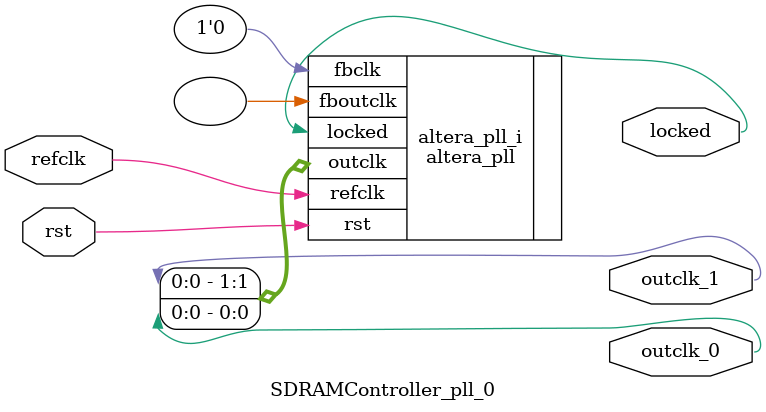
<source format=v>
`timescale 1ns/10ps
module  SDRAMController_pll_0(

	// interface 'refclk'
	input wire refclk,

	// interface 'reset'
	input wire rst,

	// interface 'outclk0'
	output wire outclk_0,

	// interface 'outclk1'
	output wire outclk_1,

	// interface 'locked'
	output wire locked
);

	altera_pll #(
		.fractional_vco_multiplier("false"),
		.reference_clock_frequency("50.0 MHz"),
		.operation_mode("direct"),
		.number_of_clocks(2),
		.output_clock_frequency0("143.000000 MHz"),
		.phase_shift0("0 ps"),
		.duty_cycle0(50),
		.output_clock_frequency1("143.000000 MHz"),
		.phase_shift1("5944 ps"),
		.duty_cycle1(50),
		.output_clock_frequency2("0 MHz"),
		.phase_shift2("0 ps"),
		.duty_cycle2(50),
		.output_clock_frequency3("0 MHz"),
		.phase_shift3("0 ps"),
		.duty_cycle3(50),
		.output_clock_frequency4("0 MHz"),
		.phase_shift4("0 ps"),
		.duty_cycle4(50),
		.output_clock_frequency5("0 MHz"),
		.phase_shift5("0 ps"),
		.duty_cycle5(50),
		.output_clock_frequency6("0 MHz"),
		.phase_shift6("0 ps"),
		.duty_cycle6(50),
		.output_clock_frequency7("0 MHz"),
		.phase_shift7("0 ps"),
		.duty_cycle7(50),
		.output_clock_frequency8("0 MHz"),
		.phase_shift8("0 ps"),
		.duty_cycle8(50),
		.output_clock_frequency9("0 MHz"),
		.phase_shift9("0 ps"),
		.duty_cycle9(50),
		.output_clock_frequency10("0 MHz"),
		.phase_shift10("0 ps"),
		.duty_cycle10(50),
		.output_clock_frequency11("0 MHz"),
		.phase_shift11("0 ps"),
		.duty_cycle11(50),
		.output_clock_frequency12("0 MHz"),
		.phase_shift12("0 ps"),
		.duty_cycle12(50),
		.output_clock_frequency13("0 MHz"),
		.phase_shift13("0 ps"),
		.duty_cycle13(50),
		.output_clock_frequency14("0 MHz"),
		.phase_shift14("0 ps"),
		.duty_cycle14(50),
		.output_clock_frequency15("0 MHz"),
		.phase_shift15("0 ps"),
		.duty_cycle15(50),
		.output_clock_frequency16("0 MHz"),
		.phase_shift16("0 ps"),
		.duty_cycle16(50),
		.output_clock_frequency17("0 MHz"),
		.phase_shift17("0 ps"),
		.duty_cycle17(50),
		.pll_type("General"),
		.pll_subtype("General")
	) altera_pll_i (
		.rst	(rst),
		.outclk	({outclk_1, outclk_0}),
		.locked	(locked),
		.fboutclk	( ),
		.fbclk	(1'b0),
		.refclk	(refclk)
	);
endmodule


</source>
